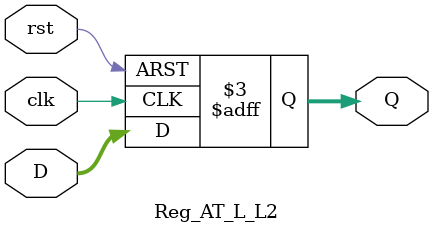
<source format=v>
module Reg_AT_L_L2(
 input	wire 	[2:0] 	 D,
 input	wire			 clk,rst,
 output reg 	[2:0] 	 Q
 );

 always @(posedge clk or negedge rst)
  begin
   if (!rst)
   	Q<=3'b000;
   else 
   	Q<=D;
  end		
endmodule


</source>
